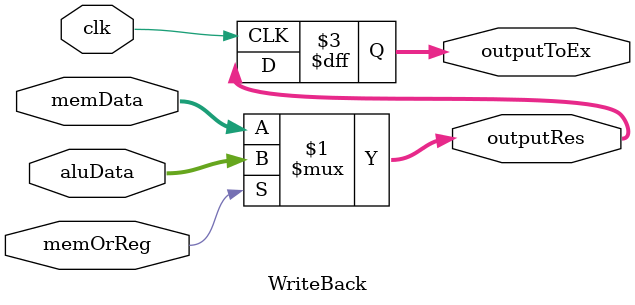
<source format=v>
module WriteBack (
	input clk, memOrReg,
	input [15:0] memData, aluData,
	output [15:0] outputRes,
	output reg [15:0] outputToEx
);

	assign outputRes = memOrReg ? aluData : memData;

	always @(posedge clk) begin
		outputToEx = outputRes;
	end

endmodule

</source>
